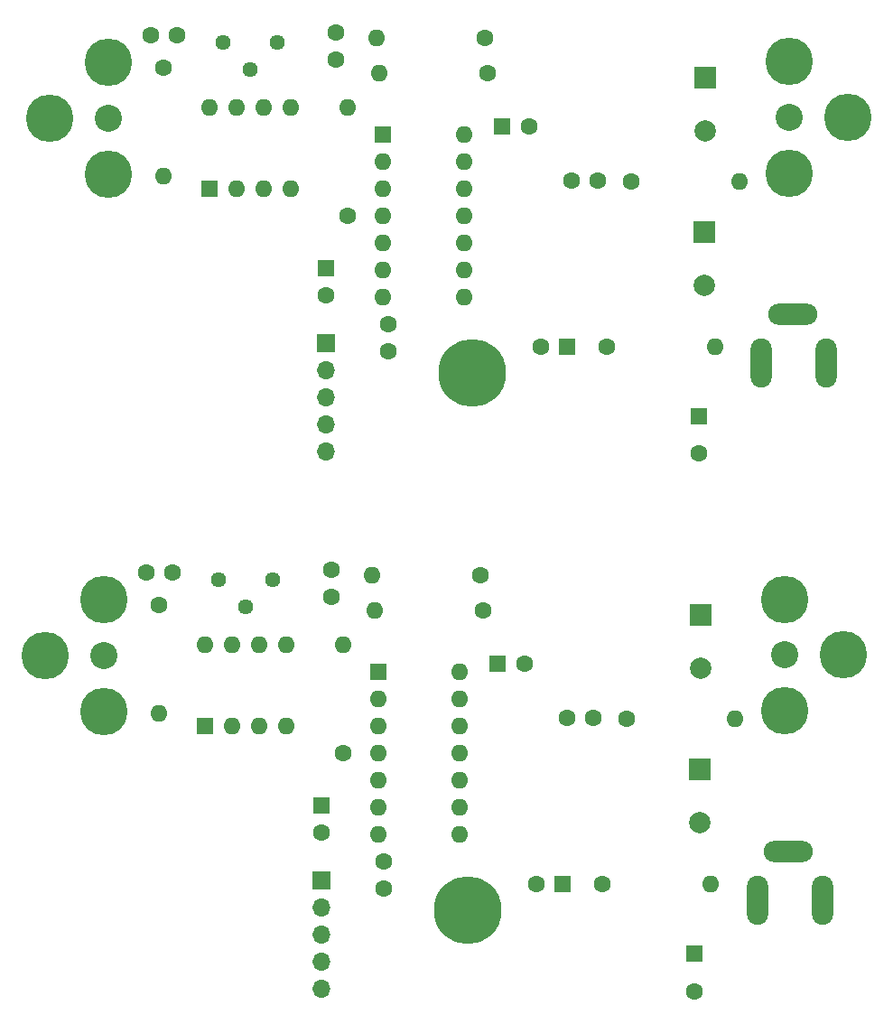
<source format=gts>
%MOIN*%
%OFA0B0*%
%FSLAX46Y46*%
%IPPOS*%
%LPD*%
%ADD10O,0.18110236220472439X0.07874015748031496*%
%ADD11O,0.07874015748031496X0.18110236220472439*%
%ADD12R,0.062992125984251982X0.062992125984251982*%
%ADD13O,0.062992125984251982X0.062992125984251982*%
%ADD14C,0.062992125984251982*%
%ADD15C,0.25*%
%ADD16C,0.17500000000000002*%
%ADD17C,0.1*%
%ADD18R,0.066929133858267723X0.066929133858267723*%
%ADD19O,0.066929133858267723X0.066929133858267723*%
%ADD20C,0.056692913385826771*%
%ADD21C,0.07874015748031496*%
%ADD22R,0.07874015748031496X0.07874015748031496*%
%ADD33O,0.18110236220472439X0.07874015748031496*%
%ADD34O,0.07874015748031496X0.18110236220472439*%
%ADD35R,0.062992125984251982X0.062992125984251982*%
%ADD36O,0.062992125984251982X0.062992125984251982*%
%ADD37C,0.062992125984251982*%
%ADD38C,0.25*%
%ADD39C,0.17500000000000002*%
%ADD40C,0.1*%
%ADD41R,0.066929133858267723X0.066929133858267723*%
%ADD42O,0.066929133858267723X0.066929133858267723*%
%ADD43C,0.056692913385826771*%
%ADD44C,0.07874015748031496*%
%ADD45R,0.07874015748031496X0.07874015748031496*%
%LPD*%
G01*
D10*
X-0001275787Y0003646196D02*
X0002846456Y0000692913D03*
D11*
X0002732283Y0000511811D03*
X0002972440Y0000511811D03*
D12*
X0000695000Y0001155708D03*
D13*
X0000994999Y0001455708D03*
X0000794999Y0001155708D03*
X0000894999Y0001455708D03*
X0000894999Y0001155708D03*
X0000794999Y0001455708D03*
X0000994999Y0001155708D03*
X0000695000Y0001455708D03*
X0001205000Y0001455708D03*
D14*
X0001205000Y0001055708D03*
D13*
X0001320000Y0001580708D03*
D14*
X0001720000Y0001580708D03*
X0000525000Y0001600708D03*
D13*
X0000525000Y0001200708D03*
D12*
X0002500000Y0000314960D03*
D14*
X0002500000Y0000177165D03*
D15*
X0001665000Y0000475708D03*
D16*
X0000102999Y0001415708D03*
X0000320000Y0001209208D03*
X0000320000Y0001622208D03*
D17*
X0000320000Y0001415708D03*
D16*
X0003051645Y0001417322D03*
X0002834645Y0001623822D03*
X0002834645Y0001210822D03*
D17*
X0002834645Y0001417322D03*
D18*
X0001124999Y0000585708D03*
D19*
X0001124999Y0000485708D03*
X0001124999Y0000385708D03*
X0001124999Y0000285708D03*
X0001124999Y0000185708D03*
D14*
X0002029999Y0001185708D03*
X0002128425Y0001185708D03*
D12*
X0001334999Y0001355708D03*
D13*
X0001635000Y0000755708D03*
X0001334999Y0001255708D03*
X0001635000Y0000855708D03*
X0001334999Y0001155708D03*
X0001635000Y0000955708D03*
X0001334999Y0001055708D03*
X0001635000Y0001055708D03*
X0001334999Y0000955708D03*
X0001635000Y0001155708D03*
X0001334999Y0000855708D03*
X0001635000Y0001255708D03*
X0001334999Y0000755708D03*
X0001635000Y0001355708D03*
D14*
X0000574999Y0001720708D03*
X0000476574Y0001720708D03*
X0001160000Y0001632283D03*
X0001160000Y0001730708D03*
D20*
X0000945000Y0001695708D03*
X0000845000Y0001595708D03*
X0000745000Y0001695708D03*
D14*
X0001710000Y0001710708D03*
D13*
X0001310000Y0001710708D03*
X0002560000Y0000570866D03*
D14*
X0002160000Y0000570866D03*
X0002250000Y0001180708D03*
D13*
X0002650000Y0001180708D03*
D12*
X0002015000Y0000570708D03*
D14*
X0001916574Y0000570708D03*
X0001124999Y0000762283D03*
D12*
X0001124999Y0000860708D03*
D14*
X0001355000Y0000555708D03*
X0001355000Y0000654133D03*
D12*
X0001774999Y0001385708D03*
D14*
X0001873425Y0001385708D03*
D21*
X0002519999Y0000798858D03*
D22*
X0002519999Y0000995708D03*
X0002525000Y0001565708D03*
D21*
X0002525000Y0001368858D03*
G04 next file*
%LPD*%
G04 #@! TF.GenerationSoftware,KiCad,Pcbnew,(5.1.10)-1*
G04 #@! TF.CreationDate,2021-09-22T18:28:36-04:00*
G04 #@! TF.ProjectId,AudioAmp380,41756469-6f41-46d7-9033-38302e6b6963,1*
G04 #@! TF.SameCoordinates,Original*
G04 #@! TF.FileFunction,Soldermask,Top*
G04 #@! TF.FilePolarity,Negative*
G04 Gerber Fmt 4.6, Leading zero omitted, Abs format (unit mm)*
G04 Created by KiCad (PCBNEW (5.1.10)-1) date 2021-09-22 18:28:36*
G01*
G04 APERTURE LIST*
G04 APERTURE END LIST*
D33*
X-0001259842Y0005629921D02*
X0002862401Y0002676637D03*
D34*
X0002748228Y0002495535D03*
X0002988385Y0002495535D03*
D35*
X0000710944Y0003139433D03*
D36*
X0001010944Y0003439433D03*
X0000810944Y0003139433D03*
X0000910944Y0003439433D03*
X0000910944Y0003139433D03*
X0000810944Y0003439433D03*
X0001010944Y0003139433D03*
X0000710944Y0003439433D03*
X0001220944Y0003439433D03*
D37*
X0001220944Y0003039433D03*
D36*
X0001335944Y0003564433D03*
D37*
X0001735944Y0003564433D03*
X0000540944Y0003584433D03*
D36*
X0000540944Y0003184433D03*
D35*
X0002515944Y0002298685D03*
D37*
X0002515944Y0002160889D03*
D38*
X0001680944Y0002459433D03*
D39*
X0000118944Y0003399433D03*
X0000335944Y0003192933D03*
X0000335944Y0003605933D03*
D40*
X0000335944Y0003399433D03*
D39*
X0003067590Y0003401047D03*
X0002850590Y0003607547D03*
X0002850590Y0003194547D03*
D40*
X0002850590Y0003401047D03*
D41*
X0001140944Y0002569433D03*
D42*
X0001140944Y0002469433D03*
X0001140944Y0002369433D03*
X0001140944Y0002269433D03*
X0001140944Y0002169433D03*
D37*
X0002045944Y0003169433D03*
X0002144370Y0003169433D03*
D35*
X0001350944Y0003339433D03*
D36*
X0001650944Y0002739433D03*
X0001350944Y0003239433D03*
X0001650944Y0002839433D03*
X0001350944Y0003139433D03*
X0001650944Y0002939433D03*
X0001350944Y0003039433D03*
X0001650944Y0003039433D03*
X0001350944Y0002939433D03*
X0001650944Y0003139433D03*
X0001350944Y0002839433D03*
X0001650944Y0003239433D03*
X0001350944Y0002739433D03*
X0001650944Y0003339433D03*
D37*
X0000590944Y0003704433D03*
X0000492519Y0003704433D03*
X0001175944Y0003616007D03*
X0001175944Y0003714433D03*
D43*
X0000960944Y0003679433D03*
X0000860944Y0003579433D03*
X0000760944Y0003679433D03*
D37*
X0001725944Y0003694433D03*
D36*
X0001325944Y0003694433D03*
X0002575944Y0002554590D03*
D37*
X0002175944Y0002554590D03*
X0002265944Y0003164433D03*
D36*
X0002665944Y0003164433D03*
D35*
X0002030944Y0002554433D03*
D37*
X0001932519Y0002554433D03*
X0001140944Y0002746007D03*
D35*
X0001140944Y0002844433D03*
D37*
X0001370944Y0002539433D03*
X0001370944Y0002637858D03*
D35*
X0001790944Y0003369433D03*
D37*
X0001889370Y0003369433D03*
D44*
X0002535944Y0002782582D03*
D45*
X0002535944Y0002979433D03*
X0002540944Y0003549433D03*
D44*
X0002540944Y0003352582D03*
M02*
</source>
